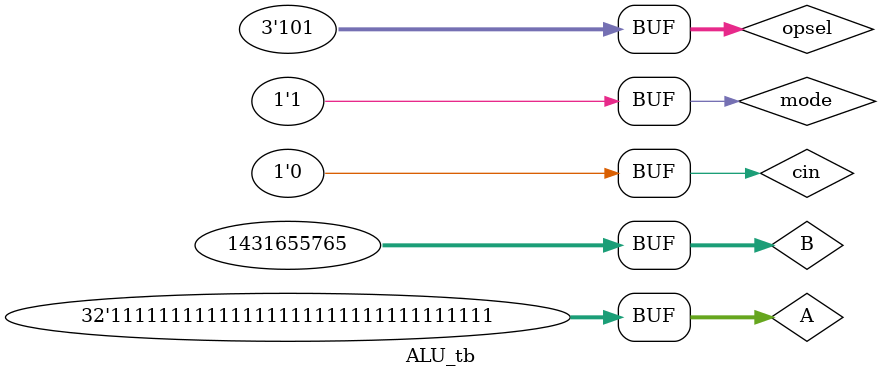
<source format=sv>
module ALU_tb;
  logic[31:0] A;
  logic[31:0]  B;
  logic cin;
  logic[2:0] opsel;
  logic mode;
  wire cout;
  wire[31:0] output1;
  
ALU L1(
          .A(A)
         ,.B(B)
	 ,.cin(cin)
         ,.opsel(opsel)
         ,.mode(mode)
         ,.cout(cout)
         ,.output1(output1)
         );

initial begin
/*arithmetic operation*/
       A = 32'b01010101010101010101010101010101;
	     B = 32'b10101010101010101010101010101010;
	cin = 1'b0;
	   mode = 1'b0;
	   opsel = 3'b000;
       #100; /*--add*/
	   opsel = 3'b001;	/*--sub with borrowed carry*/	
	   #100;
	   opsel = 3'b010;	/*--move*/
	   #100;
	   opsel = 3'b011;	/*--sub*/
	   #100	;
	   opsel = 3'b100;	/*--increment*/
	   #100;
       opsel = 3'b101;	/*--DEcrement*/
       #100;
	   opsel = 3'b110;	/*--add & increment*/
       #100;
            
	   mode= 1'b1;		/*--------Logic operations starts at 80ns*/
	   opsel = 3'b000;	/*--AND*/
	   #100;
	   opsel = 3'b001;	/*--OR*/
	   #100;
       opsel = 3'b010;	/*--XOR*/
	   #100;
	   opsel = 3'b011;	/*--NOT*/
	   #100;
	   opsel = 3'b101;	/*--SHL*/
       #100;
	   
       /*round 2*/
	   A = 32'b10101010101010101010101010101010;
	   B = 32'b01010101010101010101010101010101;
	   cin = 1'b0;
	   mode = 1'b0;
	   opsel = 3'b000;
       #100; /*--add*/
	   opsel = 3'b001;	/*--sub with borrowed carry*/	
	   #100;
	   opsel = 3'b010;	/*--move*/
	   #100;
	   opsel = 3'b011;	/*--sub*/
	   #100	;
	   opsel = 3'b100;	/*--increment*/
	   #100;
       opsel = 3'b101;	/*--DEcrement*/
       #100;
	   opsel = 3'b110;	/*--add & increment*/
       #100;
            
	   mode= 1'b1;		/*--------Logic operations starts at 80ns*/
	   opsel = 3'b000;	/*--AND*/
	   #100;
	   opsel = 3'b001;	/*--OR*/
	   #100;
       opsel = 3'b010;	/*--XOR*/
	   #100;
	   opsel = 3'b011;	/*--NOT*/
	   #100;
	   opsel = 3'b101;	/*--SHL*/
       #100;
             /*round 3*/
	   A = 32'b00000000000000000000000000000000;
	   B = 32'b10101010101010101010101010101010;
	   cin = 1'b0;
	   mode = 1'b0;
	   opsel = 3'b000;
       #100; /*--add*/
	   opsel = 3'b001;	/*--sub with borrowed carry*/	
	   #100;
	   opsel = 3'b010;	/*--move*/
	   #100;
	   opsel = 3'b011;	/*--sub*/
	   #100	;
	   opsel = 3'b100;	/*--increment*/
	   #100;
       opsel = 3'b101;	/*--DEcrement*/
       #100;
	   opsel = 3'b110;	/*--add & increment*/
       #100;
            
	   mode= 1'b1;		/*--------Logic operations starts at 80ns*/
	   opsel = 3'b000;	/*--AND*/
	   #100;
	   opsel = 3'b001;	/*--OR*/
	   #100;
       opsel = 3'b010;	/*--XOR*/
	   #100;
	   opsel = 3'b011;	/*--NOT*/
	   #100;
	   opsel = 3'b101;	/*--SHL*/
       #100; 
        /*round 4*/
	   A = 32'b11111111111111111111111111111111;
	   B = 32'b01010101010101010101010101010101;
	   cin = 1'b0;
	   mode = 1'b0;
	   opsel = 3'b000;
       #100; /*--add*/
	   opsel = 3'b001;	/*--sub with borrowed carry*/	
	   #100;
	   opsel = 3'b010;	/*--move*/
	   #100;
	   opsel = 3'b011;	/*--sub*/
	   #100	;
	   opsel = 3'b100;	/*--increment*/
	   #100;
       opsel = 3'b101;	/*--DEcrement*/
       #100;
	   opsel = 3'b110;	/*--add & increment*/
       #100;
            
	   mode= 1'b1;		/*--------Logic operations starts at 80ns*/
	   opsel = 3'b000;	/*--AND*/
	   #100;
	   opsel = 3'b001;	/*--OR*/
	   #100;
       opsel = 3'b010;	/*--XOR*/
	   #100;
	   opsel = 3'b011;	/*--NOT*/
	   #100;
	   opsel = 3'b101;	/*--SHL*/
       #100; 
end
endmodule
    

</source>
